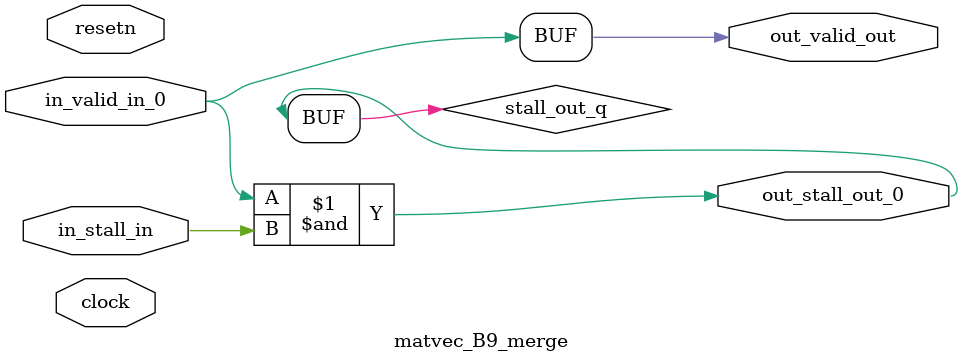
<source format=sv>



(* altera_attribute = "-name AUTO_SHIFT_REGISTER_RECOGNITION OFF; -name MESSAGE_DISABLE 10036; -name MESSAGE_DISABLE 10037; -name MESSAGE_DISABLE 14130; -name MESSAGE_DISABLE 14320; -name MESSAGE_DISABLE 15400; -name MESSAGE_DISABLE 14130; -name MESSAGE_DISABLE 10036; -name MESSAGE_DISABLE 12020; -name MESSAGE_DISABLE 12030; -name MESSAGE_DISABLE 12010; -name MESSAGE_DISABLE 12110; -name MESSAGE_DISABLE 14320; -name MESSAGE_DISABLE 13410; -name MESSAGE_DISABLE 113007; -name MESSAGE_DISABLE 10958" *)
module matvec_B9_merge (
    input wire [0:0] in_stall_in,
    input wire [0:0] in_valid_in_0,
    output wire [0:0] out_stall_out_0,
    output wire [0:0] out_valid_out,
    input wire clock,
    input wire resetn
    );

    wire [0:0] stall_out_q;


    // stall_out(LOGICAL,6)
    assign stall_out_q = in_valid_in_0 & in_stall_in;

    // out_stall_out_0(GPOUT,4)
    assign out_stall_out_0 = stall_out_q;

    // out_valid_out(GPOUT,5)
    assign out_valid_out = in_valid_in_0;

endmodule

</source>
